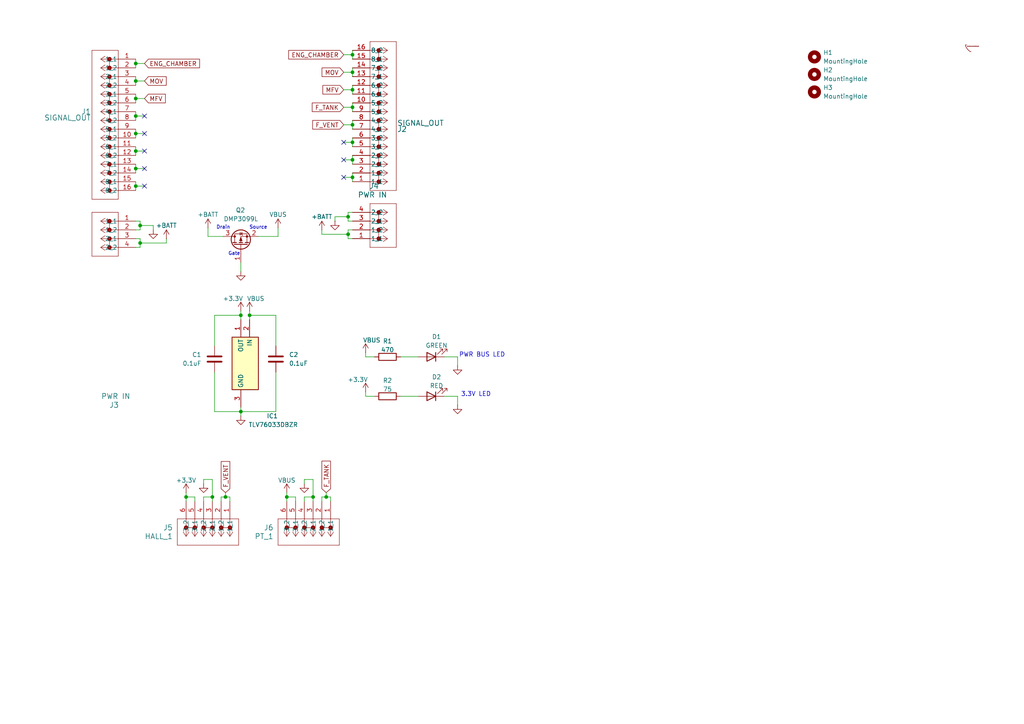
<source format=kicad_sch>
(kicad_sch (version 20250114) (generator "eeschema") (generator_version "9.0")
  (paper "A4")
  (lib_symbols
    (symbol "Device:C" (pin_numbers (hide yes)) (pin_names (offset 0.254))
      (property "Reference" "C" (at 0.635 2.54 0))
      (property "Value" "C" (at 0.635 -2.54 0))
      (symbol "C_1_1"
        (pin passive line (at 0 3.81 270) (length 2.794) (name "~") (number "1"))
        (pin passive line (at 0 -3.81 90) (length 2.794) (name "~") (number "2"))
      )
    )
    (symbol "Device:LED" (pin_numbers (hide yes)) (pin_names (offset 1.016) (hide yes))
      (property "Reference" "D" (at 0 2.54 0))
      (property "Value" "LED" (at 0 -2.54 0))
      (symbol "LED_1_1"
        (pin passive line (at -3.81 0 0) (length 2.54) (name "K") (number "1"))
        (pin passive line (at 3.81 0 180) (length 2.54) (name "A") (number "2"))
      )
    )
    (symbol "Device:Q_PMOS_GSD" (pin_names (offset 0) (hide yes))
      (property "Reference" "Q" (at 5.08 1.27 0))
      (property "Value" "Q_PMOS_GSD" (at 5.08 -1.27 0))
      (symbol "Q_PMOS_GSD_1_1"
        (pin input line (at -5.08 0 0) (length 2.54) (name "G") (number "1"))
        (pin passive line (at 2.54 5.08 270) (length 2.54) (name "D") (number "3"))
        (pin passive line (at 2.54 -5.08 90) (length 2.54) (name "S") (number "2"))
      )
    )
    (symbol "Device:R" (pin_numbers (hide yes)) (pin_names (offset 0))
      (property "Reference" "R" (at 2.032 0 90))
      (property "Value" "R" (at 0 0 90))
      (symbol "R_1_1"
        (pin passive line (at 0 3.81 270) (length 1.27) (name "~") (number "1"))
        (pin passive line (at 0 -3.81 90) (length 1.27) (name "~") (number "2"))
      )
    )
    (symbol "Mechanical:MountingHole" (pin_names (offset 1.016)) (exclude_from_sim yes) (in_bom no)
      (property "Reference" "H" (at 0 5.08 0))
      (property "Value" "MountingHole" (at 0 3.175 0))
    )
    (symbol "SDSU RP:LOGO" (pin_names (offset 1.016)))
    (symbol "TLV76033DBZR:TLV76033DBZR"
      (property "Reference" "IC" (at 21.59 7.62 0))
      (property "Value" "TLV76033DBZR" (at 21.59 5.08 0))
      (symbol "TLV76033DBZR_1_1"
        (pin passive line (at 0 0 0) (length 5.08) (name "OUT") (number "1"))
        (pin passive line (at 0 -2.54 0) (length 5.08) (name "IN") (number "2"))
        (pin passive line (at 25.4 0 180) (length 5.08) (name "GND") (number "3"))
      )
    )
    (symbol "Wago_2601_1102:2601-1102" (pin_names (offset 0.254))
      (property "Reference" "J" (at 8.89 6.35 0))
      (property "Value" "2601-1102" (at 0 0 0))
      (symbol "2601-1102_1_1"
        (pin unspecified line (at 0 0 0) (length 5.08) (name "1_1") (number "1"))
        (pin unspecified line (at 0 -2.54 0) (length 5.08) (name "1_2") (number "2"))
        (pin unspecified line (at 0 -5.08 0) (length 5.08) (name "2_1") (number "3"))
        (pin unspecified line (at 0 -7.62 0) (length 5.08) (name "2_2") (number "4"))
      )
    )
    (symbol "Wago_2601_1103:2601-1103" (pin_names (offset 0.254))
      (property "Reference" "J" (at 8.89 6.35 0))
      (property "Value" "2601-1103" (at 0 0 0))
      (symbol "2601-1103_1_1"
        (pin unspecified line (at 0 0 0) (length 5.08) (name "1_1") (number "1"))
        (pin unspecified line (at 0 -2.54 0) (length 5.08) (name "1_2") (number "2"))
        (pin unspecified line (at 0 -5.08 0) (length 5.08) (name "2_1") (number "3"))
        (pin unspecified line (at 0 -7.62 0) (length 5.08) (name "2_2") (number "4"))
        (pin unspecified line (at 0 -10.16 0) (length 5.08) (name "3_1") (number "5"))
        (pin unspecified line (at 0 -12.7 0) (length 5.08) (name "3_2") (number "6"))
      )
    )
    (symbol "Wago_2601_1108:2601-1108" (pin_names (offset 0.254))
      (property "Reference" "J" (at 8.89 6.35 0))
      (property "Value" "2601-1108" (at 0 0 0))
      (symbol "2601-1108_1_1"
        (pin unspecified line (at 0 0 0) (length 5.08) (name "1_1") (number "1"))
        (pin unspecified line (at 0 -2.54 0) (length 5.08) (name "1_2") (number "2"))
        (pin unspecified line (at 0 -5.08 0) (length 5.08) (name "2_1") (number "3"))
        (pin unspecified line (at 0 -7.62 0) (length 5.08) (name "2_2") (number "4"))
        (pin unspecified line (at 0 -10.16 0) (length 5.08) (name "3_1") (number "5"))
        (pin unspecified line (at 0 -12.7 0) (length 5.08) (name "3_2") (number "6"))
        (pin unspecified line (at 0 -15.24 0) (length 5.08) (name "4_1") (number "7"))
        (pin unspecified line (at 0 -17.78 0) (length 5.08) (name "4_2") (number "8"))
        (pin unspecified line (at 0 -20.32 0) (length 5.08) (name "5_1") (number "9"))
        (pin unspecified line (at 0 -22.86 0) (length 5.08) (name "5_2") (number "10"))
        (pin unspecified line (at 0 -25.4 0) (length 5.08) (name "6_1") (number "11"))
        (pin unspecified line (at 0 -27.94 0) (length 5.08) (name "6_2") (number "12"))
        (pin unspecified line (at 0 -30.48 0) (length 5.08) (name "7_1") (number "13"))
        (pin unspecified line (at 0 -33.02 0) (length 5.08) (name "7_2") (number "14"))
        (pin unspecified line (at 0 -35.56 0) (length 5.08) (name "8_1") (number "15"))
        (pin unspecified line (at 0 -38.1 0) (length 5.08) (name "8_2") (number "16"))
      )
    )
    (symbol "power:+3.3V" (power) (pin_numbers (hide yes)) (pin_names (offset 0) (hide yes))
      (property "Value" "+3.3V" (at 0 3.556 0))
      (symbol "+3.3V_1_1"
        (pin power_in line (at 0 0 90) (length 0) (name "~") (number "1"))
      )
    )
    (symbol "power:+BATT" (power) (pin_numbers (hide yes)) (pin_names (offset 0) (hide yes))
      (property "Value" "+BATT" (at 0 3.556 0))
      (symbol "+BATT_1_1"
        (pin power_in line (at 0 0 90) (length 0) (name "~") (number "1"))
      )
    )
    (symbol "power:GND" (power) (pin_numbers (hide yes)) (pin_names (offset 0) (hide yes))
      (property "Value" "GND" (at 0 -3.81 0))
      (symbol "GND_1_1"
        (pin power_in line (at 0 0 270) (length 0) (name "~") (number "1"))
      )
    )
    (symbol "power:VBUS" (power) (pin_numbers (hide yes)) (pin_names (offset 0) (hide yes))
      (property "Value" "VBUS" (at 0 3.556 0))
      (symbol "VBUS_1_1"
        (pin power_in line (at 0 0 90) (length 0) (name "~") (number "1"))
      )
    )
  )
  (text "PWR BUS LED" (at 139.827 102.997 0) (effects (font (size 1.27 1.27))))
  (text "Source\n" (at 74.93 66.04 0) (effects (font (size 1 1))))
  (text "Gate" (at 67.945 73.66 0) (effects (font (size 1 1))))
  (text "Drain" (at 64.77 66.04 0) (effects (font (size 1 1))))
  (text "3.3V LED" (at 138.049 114.427 0) (effects (font (size 1.27 1.27))))
  (junction (at 39.37 38.735))
  (junction (at 40.64 70.485))
  (junction (at 39.37 23.495))
  (junction (at 40.64 65.405))
  (junction (at 90.805 144.145))
  (junction (at 39.37 53.975))
  (junction (at 53.975 144.145))
  (junction (at 102.235 36.195))
  (junction (at 94.615 144.145))
  (junction (at 102.235 51.435))
  (junction (at 69.85 91.44))
  (junction (at 102.235 15.875))
  (junction (at 39.37 48.895))
  (junction (at 61.595 144.145))
  (junction (at 39.37 28.575))
  (junction (at 102.235 31.115))
  (junction (at 100.965 67.945))
  (junction (at 65.405 144.145))
  (junction (at 39.37 33.655))
  (junction (at 102.235 46.355))
  (junction (at 102.235 26.035))
  (junction (at 39.37 43.815))
  (junction (at 69.85 119.38))
  (junction (at 102.235 20.955))
  (junction (at 72.39 91.44))
  (junction (at 100.965 62.865))
  (junction (at 39.37 18.415))
  (junction (at 83.185 144.145))
  (junction (at 102.235 41.275))
  (no_connect (at 41.91 43.815))
  (no_connect (at 41.91 33.655))
  (no_connect (at 41.91 48.895))
  (no_connect (at 99.695 51.435))
  (no_connect (at 99.695 46.355))
  (no_connect (at 41.91 38.735))
  (no_connect (at 99.695 41.275))
  (no_connect (at 41.91 53.975))
  (no_connect (at -7.62 213.36))
  (wire (pts (xy 72.39 90.17) (xy 72.39 91.44)))
  (wire (pts (xy 102.235 24.765) (xy 102.235 26.035)))
  (wire (pts (xy 59.055 145.415) (xy 59.055 144.145)))
  (wire (pts (xy 80.645 66.04) (xy 80.645 68.58)))
  (wire (pts (xy 102.235 20.955) (xy 102.235 22.225)))
  (wire (pts (xy 53.975 144.145) (xy 53.975 145.415)))
  (wire (pts (xy 53.975 144.145) (xy 56.515 144.145)))
  (wire (pts (xy 62.23 100.33) (xy 62.23 91.44)))
  (wire (pts (xy 39.37 28.575) (xy 39.37 29.845)))
  (wire (pts (xy 61.595 139.065) (xy 61.595 144.145)))
  (wire (pts (xy 102.235 15.875) (xy 102.235 17.145)))
  (wire (pts (xy 80.01 100.33) (xy 80.01 91.44)))
  (wire (pts (xy 69.85 91.44) (xy 69.85 92.71)))
  (wire (pts (xy 94.615 142.875) (xy 94.615 144.145)))
  (wire (pts (xy 88.265 139.065) (xy 90.805 139.065)))
  (wire (pts (xy 69.85 119.38) (xy 69.85 120.65)))
  (wire (pts (xy 95.885 144.145) (xy 95.885 145.415)))
  (wire (pts (xy 59.055 140.335) (xy 59.055 139.065)))
  (wire (pts (xy 100.965 62.865) (xy 97.155 62.865)))
  (wire (pts (xy 39.37 37.465) (xy 39.37 38.735)))
  (wire (pts (xy 39.37 22.225) (xy 39.37 23.495)))
  (wire (pts (xy 100.965 67.945) (xy 93.345 67.945)))
  (wire (pts (xy 41.91 38.735) (xy 39.37 38.735)))
  (wire (pts (xy 39.37 17.145) (xy 39.37 18.415)))
  (wire (pts (xy 99.695 36.195) (xy 102.235 36.195)))
  (wire (pts (xy 39.37 52.705) (xy 39.37 53.975)))
  (wire (pts (xy 39.37 47.625) (xy 39.37 48.895)))
  (wire (pts (xy 59.055 139.065) (xy 61.595 139.065)))
  (wire (pts (xy 40.64 70.485) (xy 48.26 70.485)))
  (wire (pts (xy 39.37 69.215) (xy 40.64 69.215)))
  (wire (pts (xy 93.345 144.145) (xy 94.615 144.145)))
  (wire (pts (xy 83.185 144.145) (xy 83.185 145.415)))
  (wire (pts (xy 106.045 113.665) (xy 106.045 114.935)))
  (wire (pts (xy 41.91 53.975) (xy 39.37 53.975)))
  (wire (pts (xy 48.26 70.485) (xy 48.26 69.215)))
  (wire (pts (xy 100.965 69.215) (xy 102.235 69.215)))
  (wire (pts (xy 44.45 65.405) (xy 44.45 66.675)))
  (wire (pts (xy 99.695 41.275) (xy 102.235 41.275)))
  (wire (pts (xy 88.265 140.335) (xy 88.265 139.065)))
  (wire (pts (xy 72.39 91.44) (xy 80.01 91.44)))
  (wire (pts (xy 93.345 66.675) (xy 93.345 67.945)))
  (wire (pts (xy 100.965 61.595) (xy 102.235 61.595)))
  (wire (pts (xy 39.37 38.735) (xy 39.37 40.005)))
  (wire (pts (xy 39.37 66.675) (xy 40.64 66.675)))
  (wire (pts (xy 102.235 41.275) (xy 102.235 42.545)))
  (wire (pts (xy 132.715 114.935) (xy 132.715 117.475)))
  (wire (pts (xy 69.85 78.74) (xy 69.85 76.2)))
  (wire (pts (xy 65.405 142.875) (xy 65.405 144.145)))
  (wire (pts (xy 39.37 42.545) (xy 39.37 43.815)))
  (wire (pts (xy 69.85 90.17) (xy 69.85 91.44)))
  (wire (pts (xy 62.23 107.95) (xy 62.23 119.38)))
  (wire (pts (xy 116.205 103.505) (xy 121.285 103.505)))
  (wire (pts (xy 62.23 91.44) (xy 69.85 91.44)))
  (wire (pts (xy 106.045 103.505) (xy 108.585 103.505)))
  (wire (pts (xy 88.265 144.145) (xy 90.805 144.145)))
  (wire (pts (xy 85.725 144.145) (xy 85.725 145.415)))
  (wire (pts (xy 41.91 43.815) (xy 39.37 43.815)))
  (wire (pts (xy 60.325 66.04) (xy 60.325 68.58)))
  (wire (pts (xy 90.805 139.065) (xy 90.805 144.145)))
  (wire (pts (xy 102.235 26.035) (xy 102.235 27.305)))
  (wire (pts (xy 100.965 69.215) (xy 100.965 67.945)))
  (wire (pts (xy 39.37 53.975) (xy 39.37 55.245)))
  (wire (pts (xy 80.01 107.95) (xy 80.01 119.38)))
  (wire (pts (xy 64.135 144.145) (xy 65.405 144.145)))
  (wire (pts (xy 102.235 40.005) (xy 102.235 41.275)))
  (wire (pts (xy 59.055 144.145) (xy 61.595 144.145)))
  (wire (pts (xy 90.805 144.145) (xy 90.805 145.415)))
  (wire (pts (xy 41.91 23.495) (xy 39.37 23.495)))
  (wire (pts (xy 64.135 145.415) (xy 64.135 144.145)))
  (wire (pts (xy 39.37 23.495) (xy 39.37 24.765)))
  (wire (pts (xy 102.235 50.165) (xy 102.235 51.435)))
  (wire (pts (xy 102.235 29.845) (xy 102.235 31.115)))
  (wire (pts (xy 102.235 51.435) (xy 102.235 52.705)))
  (wire (pts (xy 128.905 103.505) (xy 132.715 103.505)))
  (wire (pts (xy 39.37 71.755) (xy 40.64 71.755)))
  (wire (pts (xy 102.235 19.685) (xy 102.235 20.955)))
  (wire (pts (xy 128.905 114.935) (xy 132.715 114.935)))
  (wire (pts (xy 39.37 33.655) (xy 39.37 34.925)))
  (wire (pts (xy 39.37 32.385) (xy 39.37 33.655)))
  (wire (pts (xy 83.185 142.875) (xy 83.185 144.145)))
  (wire (pts (xy 40.64 71.755) (xy 40.64 70.485)))
  (wire (pts (xy 102.235 36.195) (xy 102.235 37.465)))
  (wire (pts (xy 102.235 34.925) (xy 102.235 36.195)))
  (wire (pts (xy 53.975 142.875) (xy 53.975 144.145)))
  (wire (pts (xy 100.965 66.675) (xy 102.235 66.675)))
  (wire (pts (xy 99.695 46.355) (xy 102.235 46.355)))
  (wire (pts (xy 100.965 64.135) (xy 102.235 64.135)))
  (wire (pts (xy 41.91 48.895) (xy 39.37 48.895)))
  (wire (pts (xy 83.185 144.145) (xy 85.725 144.145)))
  (wire (pts (xy 69.85 118.11) (xy 69.85 119.38)))
  (wire (pts (xy 61.595 144.145) (xy 61.595 145.415)))
  (wire (pts (xy 39.37 43.815) (xy 39.37 45.085)))
  (wire (pts (xy 39.37 64.135) (xy 40.64 64.135)))
  (wire (pts (xy 93.345 145.415) (xy 93.345 144.145)))
  (wire (pts (xy 99.695 51.435) (xy 102.235 51.435)))
  (wire (pts (xy 40.64 65.405) (xy 44.45 65.405)))
  (wire (pts (xy 99.695 26.035) (xy 102.235 26.035)))
  (wire (pts (xy 39.37 27.305) (xy 39.37 28.575)))
  (wire (pts (xy 41.91 18.415) (xy 39.37 18.415)))
  (wire (pts (xy 65.405 144.145) (xy 66.675 144.145)))
  (wire (pts (xy 99.695 20.955) (xy 102.235 20.955)))
  (wire (pts (xy 100.965 66.675) (xy 100.965 67.945)))
  (wire (pts (xy 41.91 33.655) (xy 39.37 33.655)))
  (wire (pts (xy 40.64 69.215) (xy 40.64 70.485)))
  (wire (pts (xy 97.155 62.865) (xy 97.155 64.135)))
  (wire (pts (xy 106.045 114.935) (xy 108.585 114.935)))
  (wire (pts (xy 69.85 119.38) (xy 80.01 119.38)))
  (wire (pts (xy 41.91 28.575) (xy 39.37 28.575)))
  (wire (pts (xy 102.235 45.085) (xy 102.235 46.355)))
  (wire (pts (xy 56.515 144.145) (xy 56.515 145.415)))
  (wire (pts (xy 100.965 62.865) (xy 100.965 64.135)))
  (wire (pts (xy 116.205 114.935) (xy 121.285 114.935)))
  (wire (pts (xy 106.045 102.235) (xy 106.045 103.505)))
  (wire (pts (xy 39.37 18.415) (xy 39.37 19.685)))
  (wire (pts (xy 100.965 61.595) (xy 100.965 62.865)))
  (wire (pts (xy 62.23 119.38) (xy 69.85 119.38)))
  (wire (pts (xy 102.235 14.605) (xy 102.235 15.875)))
  (wire (pts (xy 66.675 144.145) (xy 66.675 145.415)))
  (wire (pts (xy 74.93 68.58) (xy 80.645 68.58)))
  (wire (pts (xy 40.64 64.135) (xy 40.64 65.405)))
  (wire (pts (xy 102.235 31.115) (xy 102.235 32.385)))
  (wire (pts (xy 60.325 68.58) (xy 64.77 68.58)))
  (wire (pts (xy 99.695 15.875) (xy 102.235 15.875)))
  (wire (pts (xy 102.235 46.355) (xy 102.235 47.625)))
  (wire (pts (xy 132.715 103.505) (xy 132.715 106.045)))
  (wire (pts (xy 88.265 145.415) (xy 88.265 144.145)))
  (wire (pts (xy 39.37 48.895) (xy 39.37 50.165)))
  (wire (pts (xy 99.695 31.115) (xy 102.235 31.115)))
  (wire (pts (xy 40.64 65.405) (xy 40.64 66.675)))
  (wire (pts (xy 72.39 91.44) (xy 72.39 92.71)))
  (wire (pts (xy 94.615 144.145) (xy 95.885 144.145)))
  (global_label "F_TANK" (shape input) (at 94.615 142.875 90) (property "Intersheetrefs" "${INTERSHEET_REFS}" (effects (hide yes))))
  (global_label "MOV" (shape input) (at 41.91 23.495 0) (property "Intersheetrefs" "${INTERSHEET_REFS}" (effects (hide yes))))
  (global_label "F_VENT" (shape input) (at 65.405 142.875 90) (property "Intersheetrefs" "${INTERSHEET_REFS}" (effects (hide yes))))
  (global_label "ENG_CHAMBER" (shape input) (at 99.695 15.875 180) (property "Intersheetrefs" "${INTERSHEET_REFS}" (effects (hide yes))))
  (global_label "MOV" (shape input) (at 99.695 20.955 180) (property "Intersheetrefs" "${INTERSHEET_REFS}" (effects (hide yes))))
  (global_label "ENG_CHAMBER" (shape input) (at 41.91 18.415 0) (property "Intersheetrefs" "${INTERSHEET_REFS}" (effects (hide yes))))
  (global_label "MFV" (shape input) (at 41.91 28.575 0) (property "Intersheetrefs" "${INTERSHEET_REFS}" (effects (hide yes))))
  (global_label "F_VENT" (shape input) (at 99.695 36.195 180) (property "Intersheetrefs" "${INTERSHEET_REFS}" (effects (hide yes))))
  (global_label "F_TANK" (shape input) (at 99.695 31.115 180) (property "Intersheetrefs" "${INTERSHEET_REFS}" (effects (hide yes))))
  (global_label "MFV" (shape input) (at 99.695 26.035 180) (property "Intersheetrefs" "${INTERSHEET_REFS}" (effects (hide yes))))
  (symbol (lib_id "power:VBUS") (at 80.645 66.04 0) (mirror y) (unit 1)
    (property "Reference" "#PWR019" (effects (hide yes)))
    (property "Value" "VBUS" (at 80.645 62.23 0))
    (property "Description" "Power symbol creates a global label with name \"VBUS\"" (effects (hide yes)))
  )
  (symbol (lib_id "Wago_2601_1102:2601-1102") (at 102.235 69.215 0) (mirror x) (unit 1)
    (property "Reference" "J4" (at 107.061 53.975 0) (effects (font (size 1.524 1.524)) (justify left)))
    (property "Value" "PWR IN" (at 103.759 56.515 0) (effects (font (size 1.524 1.524)) (justify left)))
    (property "Footprint" "Wago_2601_1102:CONN2_2601-1102_WAG" (effects (hide yes)))
    (property "Datasheet" "2601-1102" (effects (hide yes)))
  )
  (symbol (lib_id "Wago_2601_1108:2601-1108") (at 39.37 17.145 0) (mirror y) (unit 1)
    (property "Reference" "J1" (at 26.416 32.385 0) (effects (font (size 1.524 1.524)) (justify left)))
    (property "Value" "SIGNAL_OUT" (at 26.416 34.163 0) (effects (font (size 1.524 1.524)) (justify left)))
    (property "Footprint" "Wago_2601_1108:CONN8_2601-1108_WAG" (effects (hide yes)))
    (property "Datasheet" "2601-1108" (effects (hide yes)))
  )
  (symbol (lib_id "TLV76033DBZR:TLV76033DBZR") (at 69.85 92.71 90) (mirror x) (unit 1)
    (property "Reference" "IC1" (at 78.994 120.65 90))
    (property "Value" "TLV76033DBZR" (at 79.248 123.19 90))
    (property "Footprint" "TLV76033DBZR:SOT95P237X112-3N" (effects (hide yes)))
    (property "Datasheet" "https://www.ti.com/lit/gpn/TLV760" (effects (hide yes)))
    (property "Description" "100-mA, 30-V, low-dropout voltage regulator" (effects (hide yes)))
    (property "Height" "1.12" (effects (hide yes)))
    (property "Mouser Part Number" "595-TLV76033DBZR" (effects (hide yes)))
    (property "Mouser Price/Stock" "https://www.mouser.co.uk/ProductDetail/Texas-Instruments/TLV76033DBZR?qs=HXFqYaX1Q2ypNrzTk0Gsfw%3D%3D" (effects (hide yes)))
    (property "Manufacturer_Name" "Texas Instruments" (effects (hide yes)))
    (property "Manufacturer_Part_Number" "TLV76033DBZR" (effects (hide yes)))
  )
  (symbol (lib_id "power:GND") (at 69.85 78.74 0) (unit 1)
    (property "Reference" "#PWR074" (effects (hide yes)))
    (property "Value" "GND" (effects (hide yes)))
  )
  (symbol (lib_id "Device:LED") (at 125.095 103.505 180) (unit 1)
    (property "Reference" "D1" (at 126.619 97.663 0))
    (property "Value" "GREEN" (at 126.619 100.203 0))
    (property "Footprint" "LED_SMD:LED_0805_2012Metric" (effects (hide yes)))
    (property "Description" "Light emitting diode" (effects (hide yes)))
  )
  (symbol (lib_id "power:VBUS") (at 72.39 90.17 0) (unit 1)
    (property "Reference" "#PWR010" (effects (hide yes)))
    (property "Value" "VBUS" (at 74.168 86.614 0))
    (property "Description" "Power symbol creates a global label with name \"VBUS\"" (effects (hide yes)))
  )
  (symbol (lib_id "power:VBUS") (at 83.185 142.875 0) (unit 1)
    (property "Reference" "#PWR015" (effects (hide yes)))
    (property "Value" "VBUS" (at 83.185 139.319 0))
    (property "Description" "Power symbol creates a global label with name \"VBUS\"" (effects (hide yes)))
  )
  (symbol (lib_id "power:+BATT") (at 60.325 66.04 0) (unit 1)
    (property "Reference" "#PWR018" (effects (hide yes)))
    (property "Value" "+BATT" (at 60.325 62.23 0))
    (property "Description" "Power symbol creates a global label with name \"+BATT\"" (effects (hide yes)))
  )
  (symbol (lib_id "Wago_2601_1102:2601-1102") (at 39.37 64.135 0) (mirror y) (unit 1)
    (property "Reference" "J3" (at 34.544 117.475 0) (effects (font (size 1.524 1.524)) (justify left)))
    (property "Value" "PWR IN" (at 37.846 114.935 0) (effects (font (size 1.524 1.524)) (justify left)))
    (property "Footprint" "Wago_2601_1102:CONN2_2601-1102_WAG" (effects (hide yes)))
    (property "Datasheet" "2601-1102" (effects (hide yes)))
  )
  (symbol (lib_id "power:+BATT") (at 48.26 69.215 0) (unit 1)
    (property "Reference" "#PWR020" (effects (hide yes)))
    (property "Value" "+BATT" (at 48.26 65.405 0))
    (property "Description" "Power symbol creates a global label with name \"+BATT\"" (effects (hide yes)))
  )
  (symbol (lib_id "Mechanical:MountingHole") (at 236.22 21.59 0) (unit 1) (exclude_from_sim yes) (in_bom no)
    (property "Reference" "H2" (at 238.76 20.3199 0) (effects (justify left)))
    (property "Value" "MountingHole" (at 238.76 22.8599 0) (effects (justify left)))
    (property "Footprint" "MountingHole:MountingHole_3.2mm_M3" (effects (hide yes)))
    (property "Description" "Mounting Hole without connection" (effects (hide yes)))
  )
  (symbol (lib_id "power:+3.3V") (at 53.975 142.875 0) (unit 1)
    (property "Reference" "#PWR014" (effects (hide yes)))
    (property "Value" "+3.3V" (at 53.975 139.319 0))
    (property "Description" "Power symbol creates a global label with name \"+3.3V\"" (effects (hide yes)))
  )
  (symbol (lib_id "Mechanical:MountingHole") (at 236.22 16.51 0) (unit 1) (exclude_from_sim yes) (in_bom no)
    (property "Reference" "H1" (at 238.76 15.2399 0) (effects (justify left)))
    (property "Value" "MountingHole" (at 238.76 17.7799 0) (effects (justify left)))
    (property "Footprint" "MountingHole:MountingHole_3.2mm_M3" (effects (hide yes)))
    (property "Description" "Mounting Hole without connection" (effects (hide yes)))
  )
  (symbol (lib_id "power:GND") (at 44.45 66.675 0) (unit 1)
    (property "Reference" "#PWR04" (effects (hide yes)))
    (property "Value" "GND" (effects (hide yes)))
    (property "Description" "Power symbol creates a global label with name \"GND\" , ground" (effects (hide yes)))
  )
  (symbol (lib_id "Wago_2601_1108:2601-1108") (at 102.235 52.705 0) (mirror x) (unit 1)
    (property "Reference" "J2" (at 115.189 37.465 0) (effects (font (size 1.524 1.524)) (justify left)))
    (property "Value" "SIGNAL_OUT" (at 115.189 35.687 0) (effects (font (size 1.524 1.524)) (justify left)))
    (property "Footprint" "Wago_2601_1108:CONN8_2601-1108_WAG" (effects (hide yes)))
    (property "Datasheet" "2601-1108" (effects (hide yes)))
  )
  (symbol (lib_id "power:GND") (at 88.265 140.335 0) (unit 1)
    (property "Reference" "#PWR013" (effects (hide yes)))
    (property "Value" "GND" (effects (hide yes)))
    (property "Description" "Power symbol creates a global label with name \"GND\" , ground" (effects (hide yes)))
  )
  (symbol (lib_id "power:GND") (at 132.715 106.045 0) (unit 1)
    (property "Reference" "#PWR02" (effects (hide yes)))
    (property "Value" "GND" (effects (hide yes)))
    (property "Description" "Power symbol creates a global label with name \"GND\" , ground" (effects (hide yes)))
  )
  (symbol (lib_id "power:+3.3V") (at 69.85 90.17 0) (unit 1)
    (property "Reference" "#PWR09" (effects (hide yes)))
    (property "Value" "+3.3V" (at 67.564 86.614 0))
    (property "Description" "Power symbol creates a global label with name \"+3.3V\"" (effects (hide yes)))
  )
  (symbol (lib_id "Device:R") (at 112.395 114.935 90) (unit 1)
    (property "Reference" "R2" (at 112.395 110.363 90))
    (property "Value" "75" (at 112.395 112.903 90))
    (property "Footprint" "Resistor_SMD:R_0805_2012Metric" (effects (hide yes)))
    (property "Description" "Resistor" (effects (hide yes)))
  )
  (symbol (lib_id "Device:C") (at 80.01 104.14 0) (unit 1)
    (property "Reference" "C2" (at 83.82 102.8699 0) (effects (justify left)))
    (property "Value" "0.1uF" (at 83.82 105.4099 0) (effects (justify left)))
    (property "Footprint" "Capacitor_SMD:C_0805_2012Metric" (effects (hide yes)))
    (property "Description" "Unpolarized capacitor" (effects (hide yes)))
  )
  (symbol (lib_id "power:GND") (at 69.85 120.65 0) (unit 1)
    (property "Reference" "#PWR011" (effects (hide yes)))
    (property "Value" "GND" (effects (hide yes)))
    (property "Description" "Power symbol creates a global label with name \"GND\" , ground" (effects (hide yes)))
  )
  (symbol (lib_id "power:+BATT") (at 93.345 66.675 0) (unit 1)
    (property "Reference" "#PWR021" (effects (hide yes)))
    (property "Value" "+BATT" (at 93.345 62.865 0))
    (property "Description" "Power symbol creates a global label with name \"+BATT\"" (effects (hide yes)))
  )
  (symbol (lib_id "power:GND") (at 97.155 64.135 0) (mirror y) (unit 1)
    (property "Reference" "#PWR05" (effects (hide yes)))
    (property "Value" "GND" (effects (hide yes)))
    (property "Description" "Power symbol creates a global label with name \"GND\" , ground" (effects (hide yes)))
  )
  (symbol (lib_id "Wago_2601_1103:2601-1103") (at 66.675 145.415 270) (unit 1)
    (property "Reference" "J5" (at 50.165 153.0349 90) (effects (font (size 1.524 1.524)) (justify right)))
    (property "Value" "HALL_1" (at 50.165 155.5749 90) (effects (font (size 1.524 1.524)) (justify right)))
    (property "Footprint" "Wago_2601_1103:CONN3_2601-1103_WAG" (effects (hide yes)))
    (property "Datasheet" "2601-1103" (effects (hide yes)))
  )
  (symbol (lib_id "Device:LED") (at 125.095 114.935 180) (unit 1)
    (property "Reference" "D2" (at 126.619 109.347 0))
    (property "Value" "RED" (at 126.619 111.887 0))
    (property "Footprint" "LED_SMD:LED_0805_2012Metric" (effects (hide yes)))
    (property "Description" "Light emitting diode" (effects (hide yes)))
  )
  (symbol (lib_id "Mechanical:MountingHole") (at 236.22 26.67 0) (unit 1) (exclude_from_sim yes) (in_bom no)
    (property "Reference" "H3" (at 238.76 25.3999 0) (effects (justify left)))
    (property "Value" "MountingHole" (at 238.76 27.9399 0) (effects (justify left)))
    (property "Footprint" "MountingHole:MountingHole_3.2mm_M3" (effects (hide yes)))
    (property "Description" "Mounting Hole without connection" (effects (hide yes)))
  )
  (symbol (lib_id "Device:Q_PMOS_GSD") (at 69.85 71.12 90) (unit 1)
    (property "Reference" "Q2" (at 71.12 60.96 90) (effects (justify left)))
    (property "Value" "DMP3099L" (at 74.93 63.5 90) (effects (justify left)))
    (property "Footprint" "Package_TO_SOT_SMD:SOT-23-3" (effects (hide yes)))
    (property "Description" "P-MOSFET transistor, gate/source/drain" (effects (hide yes)))
  )
  (symbol (lib_id "power:GND") (at 59.055 140.335 0) (unit 1)
    (property "Reference" "#PWR012" (effects (hide yes)))
    (property "Value" "GND" (effects (hide yes)))
    (property "Description" "Power symbol creates a global label with name \"GND\" , ground" (effects (hide yes)))
  )
  (symbol (lib_id "Device:C") (at 62.23 104.14 0) (mirror y) (unit 1)
    (property "Reference" "C1" (at 58.42 102.8699 0) (effects (justify left)))
    (property "Value" "0.1uF" (at 58.42 105.4099 0) (effects (justify left)))
    (property "Footprint" "Capacitor_SMD:C_0805_2012Metric" (effects (hide yes)))
    (property "Description" "Unpolarized capacitor" (effects (hide yes)))
  )
  (symbol (lib_id "Device:R") (at 112.395 103.505 90) (unit 1)
    (property "Reference" "R1" (at 112.395 98.933 90))
    (property "Value" "470" (at 112.395 101.473 90))
    (property "Footprint" "Resistor_SMD:R_0805_2012Metric" (effects (hide yes)))
    (property "Description" "Resistor" (effects (hide yes)))
  )
  (symbol (lib_id "power:VBUS") (at 106.045 102.235 0) (unit 1)
    (property "Reference" "#PWR01" (effects (hide yes)))
    (property "Value" "VBUS" (at 107.823 98.679 0))
    (property "Description" "Power symbol creates a global label with name \"VBUS\"" (effects (hide yes)))
  )
  (symbol (lib_id "power:+3.3V") (at 106.045 113.665 0) (unit 1)
    (property "Reference" "#PWR03" (effects (hide yes)))
    (property "Value" "+3.3V" (at 103.759 110.109 0))
    (property "Description" "Power symbol creates a global label with name \"+3.3V\"" (effects (hide yes)))
  )
  (symbol (lib_id "power:GND") (at 132.715 117.475 0) (unit 1)
    (property "Reference" "#PWR06" (effects (hide yes)))
    (property "Value" "GND" (effects (hide yes)))
    (property "Description" "Power symbol creates a global label with name \"GND\" , ground" (effects (hide yes)))
  )
  (symbol (lib_id "SDSU RP:LOGO") (at 281.94 13.97 0) (unit 1)
    (property "Reference" "#G1" (effects (hide yes)))
    (property "Value" "LOGO" (effects (hide yes)))
    (property "Footprint" "SDSU RP:RP_Logo" (effects (hide yes)))
  )
  (symbol (lib_id "Wago_2601_1103:2601-1103") (at 95.885 145.415 270) (unit 1)
    (property "Reference" "J6" (at 79.375 153.0349 90) (effects (font (size 1.524 1.524)) (justify right)))
    (property "Value" "PT_1" (at 79.375 155.5749 90) (effects (font (size 1.524 1.524)) (justify right)))
    (property "Footprint" "Wago_2601_1103:CONN3_2601-1103_WAG" (effects (hide yes)))
    (property "Datasheet" "2601-1103" (effects (hide yes)))
  )
)
</source>
